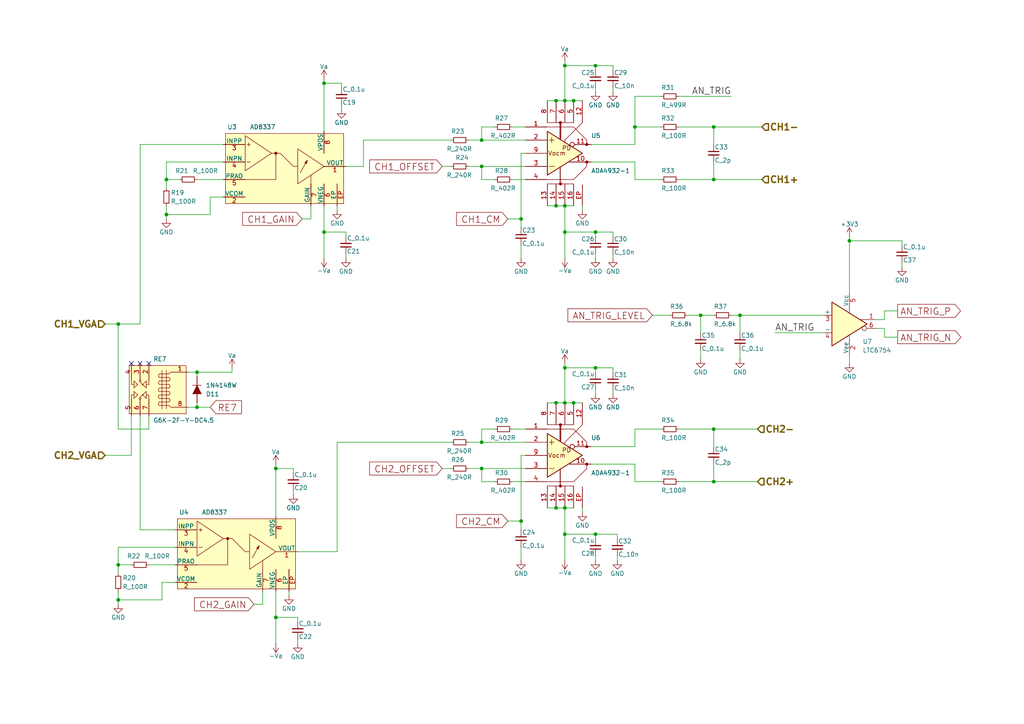
<source format=kicad_sch>
(kicad_sch (version 20250114) (generator "eeschema") (generator_version "9.0")
  (paper "A4")
  (title_block (title "Scopefun Oscilloscope") (rev "v2") (comment 1 "Copyright Dejan Priversek 2017") (comment 2 "Licensed under CERN OHL v.1.2"))
  (junction (at 151.13 151.13))
  (junction (at 172.72 67.31))
  (junction (at 34.29 173.99))
  (junction (at 163.83 116.84))
  (junction (at 163.83 29.21))
  (junction (at 139.7 40.64))
  (junction (at 139.7 128.27))
  (junction (at 163.83 154.94))
  (junction (at 80.01 135.89))
  (junction (at 48.26 62.23))
  (junction (at 80.01 179.07))
  (junction (at 161.29 29.21))
  (junction (at 163.83 59.69))
  (junction (at 207.01 139.7))
  (junction (at 93.98 24.13))
  (junction (at 57.15 118.11))
  (junction (at 161.29 59.69))
  (junction (at 161.29 147.32))
  (junction (at 139.7 135.89))
  (junction (at 172.72 106.68))
  (junction (at 93.98 67.31))
  (junction (at 172.72 19.05))
  (junction (at 163.83 19.05))
  (junction (at 166.37 116.84))
  (junction (at 151.13 63.5))
  (junction (at 207.01 36.83))
  (junction (at 34.29 163.83))
  (junction (at 48.26 52.07))
  (junction (at 163.83 147.32))
  (junction (at 163.83 67.31))
  (junction (at 214.63 91.44))
  (junction (at 163.83 106.68))
  (junction (at 57.15 107.95))
  (junction (at 172.72 154.94))
  (junction (at 184.15 36.83))
  (junction (at 203.2 91.44))
  (junction (at 246.38 69.85))
  (junction (at 139.7 48.26))
  (junction (at 207.01 124.46))
  (junction (at 166.37 29.21))
  (junction (at 34.29 93.98))
  (junction (at 161.29 116.84))
  (junction (at 207.01 52.07))
  (no_connect (at 40.64 105.41))
  (no_connect (at 38.1 105.41))
  (no_connect (at 43.18 105.41))
  (wire (pts (xy 207.01 124.46) (xy 219.71 124.46)))
  (wire (pts (xy 207.01 36.83) (xy 220.98 36.83)))
  (wire (pts (xy 50.8 168.91) (xy 46.99 168.91)))
  (wire (pts (xy 158.75 147.32) (xy 161.29 147.32)))
  (wire (pts (xy 46.99 173.99) (xy 34.29 173.99)))
  (wire (pts (xy 196.85 36.83) (xy 207.01 36.83)))
  (wire (pts (xy 76.2 171.45) (xy 76.2 175.26)))
  (wire (pts (xy 48.26 46.99) (xy 48.26 52.07)))
  (wire (pts (xy 194.31 91.44) (xy 189.23 91.44)))
  (wire (pts (xy 86.36 160.02) (xy 97.79 160.02)))
  (wire (pts (xy 83.82 171.45) (xy 83.82 172.72)))
  (wire (pts (xy 139.7 48.26) (xy 152.4 48.26)))
  (wire (pts (xy 196.85 52.07) (xy 207.01 52.07)))
  (wire (pts (xy 43.18 124.46) (xy 34.29 124.46)))
  (wire (pts (xy 151.13 63.5) (xy 151.13 66.04)))
  (wire (pts (xy 90.17 63.5) (xy 87.63 63.5)))
  (wire (pts (xy 151.13 63.5) (xy 147.32 63.5)))
  (wire (pts (xy 172.72 154.94) (xy 179.07 154.94)))
  (wire (pts (xy 100.33 67.31) (xy 93.98 67.31)))
  (wire (pts (xy 57.15 118.11) (xy 60.96 118.11)))
  (wire (pts (xy 161.29 29.21) (xy 163.83 29.21)))
  (wire (pts (xy 212.09 91.44) (xy 214.63 91.44)))
  (wire (pts (xy 184.15 129.54) (xy 171.45 129.54)))
  (wire (pts (xy 57.15 52.07) (xy 64.77 52.07)))
  (wire (pts (xy 93.98 67.31) (xy 93.98 74.93)))
  (wire (pts (xy 177.8 73.66) (xy 177.8 74.93)))
  (wire (pts (xy 152.4 44.45) (xy 151.13 44.45)))
  (wire (pts (xy 172.72 113.03) (xy 172.72 114.3)))
  (wire (pts (xy 184.15 41.91) (xy 171.45 41.91)))
  (wire (pts (xy 261.62 76.2) (xy 261.62 77.47)))
  (wire (pts (xy 99.06 31.75) (xy 99.06 30.48)))
  (wire (pts (xy 151.13 132.08) (xy 151.13 151.13)))
  (wire (pts (xy 34.29 173.99) (xy 34.29 175.26)))
  (wire (pts (xy 60.96 57.15) (xy 60.96 62.23)))
  (wire (pts (xy 40.64 93.98) (xy 40.64 41.91)))
  (wire (pts (xy 254 95.25) (xy 256.54 95.25)))
  (wire (pts (xy 179.07 161.29) (xy 179.07 162.56)))
  (wire (pts (xy 254 92.71) (xy 256.54 92.71)))
  (wire (pts (xy 207.01 139.7) (xy 219.71 139.7)))
  (wire (pts (xy 48.26 59.69) (xy 48.26 62.23)))
  (wire (pts (xy 246.38 69.85) (xy 246.38 85.09)))
  (wire (pts (xy 214.63 101.6) (xy 214.63 104.14)))
  (wire (pts (xy 246.38 69.85) (xy 261.62 69.85)))
  (wire (pts (xy 80.01 135.89) (xy 80.01 149.86)))
  (wire (pts (xy 85.09 137.16) (xy 85.09 135.89)))
  (wire (pts (xy 203.2 101.6) (xy 203.2 104.14)))
  (wire (pts (xy 148.59 36.83) (xy 152.4 36.83)))
  (wire (pts (xy 196.85 27.94) (xy 212.09 27.94)))
  (wire (pts (xy 163.83 106.68) (xy 172.72 106.68)))
  (wire (pts (xy 100.33 74.93) (xy 100.33 73.66)))
  (wire (pts (xy 184.15 139.7) (xy 184.15 134.62)))
  (wire (pts (xy 224.79 96.52) (xy 238.76 96.52)))
  (wire (pts (xy 30.48 132.08) (xy 38.1 132.08)))
  (wire (pts (xy 163.83 116.84) (xy 163.83 106.68)))
  (wire (pts (xy 139.7 36.83) (xy 139.7 40.64)))
  (wire (pts (xy 151.13 132.08) (xy 152.4 132.08)))
  (wire (pts (xy 172.72 67.31) (xy 177.8 67.31)))
  (wire (pts (xy 207.01 52.07) (xy 220.98 52.07)))
  (wire (pts (xy 99.06 25.4) (xy 99.06 24.13)))
  (wire (pts (xy 40.64 41.91) (xy 64.77 41.91)))
  (wire (pts (xy 105.41 48.26) (xy 100.33 48.26)))
  (wire (pts (xy 172.72 106.68) (xy 172.72 107.95)))
  (wire (pts (xy 158.75 116.84) (xy 161.29 116.84)))
  (wire (pts (xy 60.96 62.23) (xy 48.26 62.23)))
  (wire (pts (xy 90.17 59.69) (xy 90.17 63.5)))
  (wire (pts (xy 139.7 52.07) (xy 139.7 48.26)))
  (wire (pts (xy 161.29 59.69) (xy 163.83 59.69)))
  (wire (pts (xy 67.31 107.95) (xy 67.31 106.68)))
  (wire (pts (xy 139.7 40.64) (xy 152.4 40.64)))
  (wire (pts (xy 163.83 59.69) (xy 163.83 67.31)))
  (wire (pts (xy 97.79 128.27) (xy 130.81 128.27)))
  (wire (pts (xy 57.15 116.84) (xy 57.15 118.11)))
  (wire (pts (xy 97.79 59.69) (xy 97.79 60.96)))
  (wire (pts (xy 80.01 171.45) (xy 80.01 179.07)))
  (wire (pts (xy 172.72 162.56) (xy 172.72 161.29)))
  (wire (pts (xy 148.59 124.46) (xy 152.4 124.46)))
  (wire (pts (xy 30.48 93.98) (xy 34.29 93.98)))
  (wire (pts (xy 256.54 97.79) (xy 260.35 97.79)))
  (wire (pts (xy 34.29 171.45) (xy 34.29 173.99)))
  (wire (pts (xy 163.83 154.94) (xy 172.72 154.94)))
  (wire (pts (xy 143.51 36.83) (xy 139.7 36.83)))
  (wire (pts (xy 46.99 168.91) (xy 46.99 173.99)))
  (wire (pts (xy 163.83 154.94) (xy 163.83 162.56)))
  (wire (pts (xy 177.8 113.03) (xy 177.8 114.3)))
  (wire (pts (xy 163.83 19.05) (xy 163.83 17.78)))
  (wire (pts (xy 135.89 135.89) (xy 139.7 135.89)))
  (wire (pts (xy 163.83 67.31) (xy 163.83 74.93)))
  (wire (pts (xy 105.41 40.64) (xy 105.41 48.26)))
  (wire (pts (xy 172.72 68.58) (xy 172.72 67.31)))
  (wire (pts (xy 54.61 118.11) (xy 57.15 118.11)))
  (wire (pts (xy 172.72 25.4) (xy 172.72 26.67)))
  (wire (pts (xy 177.8 67.31) (xy 177.8 68.58)))
  (wire (pts (xy 34.29 158.75) (xy 50.8 158.75)))
  (wire (pts (xy 191.77 124.46) (xy 184.15 124.46)))
  (wire (pts (xy 177.8 19.05) (xy 177.8 20.32)))
  (wire (pts (xy 48.26 46.99) (xy 64.77 46.99)))
  (wire (pts (xy 166.37 29.21) (xy 168.91 29.21)))
  (wire (pts (xy 246.38 105.41) (xy 246.38 102.87)))
  (wire (pts (xy 163.83 59.69) (xy 166.37 59.69)))
  (wire (pts (xy 80.01 179.07) (xy 80.01 186.69)))
  (wire (pts (xy 97.79 160.02) (xy 97.79 128.27)))
  (wire (pts (xy 161.29 147.32) (xy 163.83 147.32)))
  (wire (pts (xy 48.26 62.23) (xy 48.26 63.5)))
  (wire (pts (xy 34.29 158.75) (xy 34.29 163.83)))
  (wire (pts (xy 191.77 52.07) (xy 184.15 52.07)))
  (wire (pts (xy 40.64 120.65) (xy 40.64 153.67)))
  (wire (pts (xy 151.13 151.13) (xy 151.13 153.67)))
  (wire (pts (xy 163.83 19.05) (xy 172.72 19.05)))
  (wire (pts (xy 135.89 40.64) (xy 139.7 40.64)))
  (wire (pts (xy 86.36 179.07) (xy 80.01 179.07)))
  (wire (pts (xy 184.15 124.46) (xy 184.15 129.54)))
  (wire (pts (xy 163.83 106.68) (xy 163.83 105.41)))
  (wire (pts (xy 163.83 67.31) (xy 172.72 67.31)))
  (wire (pts (xy 172.72 106.68) (xy 177.8 106.68)))
  (wire (pts (xy 163.83 147.32) (xy 163.83 154.94)))
  (wire (pts (xy 172.72 19.05) (xy 172.72 20.32)))
  (wire (pts (xy 184.15 134.62) (xy 171.45 134.62)))
  (wire (pts (xy 54.61 107.95) (xy 57.15 107.95)))
  (wire (pts (xy 203.2 96.52) (xy 203.2 91.44)))
  (wire (pts (xy 172.72 156.21) (xy 172.72 154.94)))
  (wire (pts (xy 246.38 68.58) (xy 246.38 69.85)))
  (wire (pts (xy 34.29 124.46) (xy 34.29 93.98)))
  (wire (pts (xy 130.81 40.64) (xy 105.41 40.64)))
  (wire (pts (xy 158.75 59.69) (xy 161.29 59.69)))
  (wire (pts (xy 168.91 147.32) (xy 168.91 148.59)))
  (wire (pts (xy 168.91 59.69) (xy 168.91 60.96)))
  (wire (pts (xy 40.64 153.67) (xy 50.8 153.67)))
  (wire (pts (xy 158.75 29.21) (xy 161.29 29.21)))
  (wire (pts (xy 130.81 48.26) (xy 128.27 48.26)))
  (wire (pts (xy 172.72 74.93) (xy 172.72 73.66)))
  (wire (pts (xy 179.07 154.94) (xy 179.07 156.21)))
  (wire (pts (xy 191.77 27.94) (xy 184.15 27.94)))
  (wire (pts (xy 214.63 91.44) (xy 238.76 91.44)))
  (wire (pts (xy 139.7 128.27) (xy 152.4 128.27)))
  (wire (pts (xy 256.54 90.17) (xy 260.35 90.17)))
  (wire (pts (xy 151.13 71.12) (xy 151.13 74.93)))
  (wire (pts (xy 163.83 116.84) (xy 166.37 116.84)))
  (wire (pts (xy 85.09 135.89) (xy 80.01 135.89)))
  (wire (pts (xy 148.59 139.7) (xy 152.4 139.7)))
  (wire (pts (xy 163.83 147.32) (xy 166.37 147.32)))
  (wire (pts (xy 85.09 143.51) (xy 85.09 142.24)))
  (wire (pts (xy 184.15 36.83) (xy 184.15 41.91)))
  (wire (pts (xy 184.15 52.07) (xy 184.15 46.99)))
  (wire (pts (xy 135.89 128.27) (xy 139.7 128.27)))
  (wire (pts (xy 43.18 120.65) (xy 43.18 124.46)))
  (wire (pts (xy 151.13 158.75) (xy 151.13 162.56)))
  (wire (pts (xy 34.29 163.83) (xy 34.29 166.37)))
  (wire (pts (xy 43.18 163.83) (xy 50.8 163.83)))
  (wire (pts (xy 143.51 124.46) (xy 139.7 124.46)))
  (wire (pts (xy 139.7 124.46) (xy 139.7 128.27)))
  (wire (pts (xy 148.59 52.07) (xy 152.4 52.07)))
  (wire (pts (xy 196.85 139.7) (xy 207.01 139.7)))
  (wire (pts (xy 214.63 91.44) (xy 214.63 96.52)))
  (wire (pts (xy 191.77 36.83) (xy 184.15 36.83)))
  (wire (pts (xy 128.27 135.89) (xy 130.81 135.89)))
  (wire (pts (xy 207.01 46.99) (xy 207.01 52.07)))
  (wire (pts (xy 99.06 24.13) (xy 93.98 24.13)))
  (wire (pts (xy 203.2 91.44) (xy 207.01 91.44)))
  (wire (pts (xy 151.13 151.13) (xy 147.32 151.13)))
  (wire (pts (xy 143.51 139.7) (xy 139.7 139.7)))
  (wire (pts (xy 86.36 186.69) (xy 86.36 185.42)))
  (wire (pts (xy 86.36 180.34) (xy 86.36 179.07)))
  (wire (pts (xy 207.01 36.83) (xy 207.01 41.91)))
  (wire (pts (xy 163.83 29.21) (xy 163.83 19.05)))
  (wire (pts (xy 166.37 116.84) (xy 168.91 116.84)))
  (wire (pts (xy 80.01 134.62) (xy 80.01 135.89)))
  (wire (pts (xy 48.26 52.07) (xy 48.26 54.61)))
  (wire (pts (xy 207.01 134.62) (xy 207.01 139.7)))
  (wire (pts (xy 34.29 93.98) (xy 40.64 93.98)))
  (wire (pts (xy 135.89 48.26) (xy 139.7 48.26)))
  (wire (pts (xy 196.85 124.46) (xy 207.01 124.46)))
  (wire (pts (xy 57.15 107.95) (xy 67.31 107.95)))
  (wire (pts (xy 38.1 132.08) (xy 38.1 120.65)))
  (wire (pts (xy 161.29 116.84) (xy 163.83 116.84)))
  (wire (pts (xy 172.72 19.05) (xy 177.8 19.05)))
  (wire (pts (xy 57.15 107.95) (xy 57.15 109.22)))
  (wire (pts (xy 191.77 139.7) (xy 184.15 139.7)))
  (wire (pts (xy 256.54 95.25) (xy 256.54 97.79)))
  (wire (pts (xy 177.8 106.68) (xy 177.8 107.95)))
  (wire (pts (xy 256.54 92.71) (xy 256.54 90.17)))
  (wire (pts (xy 207.01 124.46) (xy 207.01 129.54)))
  (wire (pts (xy 143.51 52.07) (xy 139.7 52.07)))
  (wire (pts (xy 93.98 22.86) (xy 93.98 24.13)))
  (wire (pts (xy 64.77 57.15) (xy 60.96 57.15)))
  (wire (pts (xy 139.7 139.7) (xy 139.7 135.89)))
  (wire (pts (xy 163.83 29.21) (xy 166.37 29.21)))
  (wire (pts (xy 76.2 175.26) (xy 73.66 175.26)))
  (wire (pts (xy 177.8 25.4) (xy 177.8 26.67)))
  (wire (pts (xy 184.15 27.94) (xy 184.15 36.83)))
  (wire (pts (xy 199.39 91.44) (xy 203.2 91.44)))
  (wire (pts (xy 93.98 59.69) (xy 93.98 67.31)))
  (wire (pts (xy 100.33 68.58) (xy 100.33 67.31)))
  (wire (pts (xy 139.7 135.89) (xy 152.4 135.89)))
  (wire (pts (xy 261.62 69.85) (xy 261.62 71.12)))
  (wire (pts (xy 151.13 44.45) (xy 151.13 63.5)))
  (wire (pts (xy 52.07 52.07) (xy 48.26 52.07)))
  (wire (pts (xy 184.15 46.99) (xy 171.45 46.99)))
  (wire (pts (xy 93.98 24.13) (xy 93.98 38.1)))
  (wire (pts (xy 38.1 163.83) (xy 34.29 163.83)))
  (label "AN_TRIG" (at 212.09 27.94 180) (effects (font (size 1.905 1.905))))
  (label "AN_TRIG" (at 224.79 96.52 0) (effects (font (size 1.905 1.905))))
  (global_label "AN_TRIG_N" (shape output) (at 260.35 97.79 0) (effects (font (size 1.905 1.905))) (property "Intersheetrefs" "${INTERSHEET_REFS}" (effects (hide yes))))
  (global_label "CH2_CM" (shape input) (at 147.32 151.13 180) (effects (font (size 1.905 1.905))) (property "Intersheetrefs" "${INTERSHEET_REFS}" (effects (hide yes))))
  (global_label "CH1_GAIN" (shape input) (at 87.63 63.5 180) (effects (font (size 1.905 1.905))) (property "Intersheetrefs" "${INTERSHEET_REFS}" (effects (hide yes))))
  (global_label "CH2_GAIN" (shape input) (at 73.66 175.26 180) (effects (font (size 1.905 1.905))) (property "Intersheetrefs" "${INTERSHEET_REFS}" (effects (hide yes))))
  (global_label "AN_TRIG_P" (shape output) (at 260.35 90.17 0) (effects (font (size 1.905 1.905))) (property "Intersheetrefs" "${INTERSHEET_REFS}" (effects (hide yes))))
  (global_label "AN_TRIG_LEVEL" (shape input) (at 189.23 91.44 180) (effects (font (size 1.905 1.905))) (property "Intersheetrefs" "${INTERSHEET_REFS}" (effects (hide yes))))
  (global_label "RE7" (shape input) (at 60.96 118.11 0) (effects (font (size 1.905 1.905))) (property "Intersheetrefs" "${INTERSHEET_REFS}" (effects (hide yes))))
  (global_label "CH2_OFFSET" (shape input) (at 128.27 135.89 180) (effects (font (size 1.905 1.905))) (property "Intersheetrefs" "${INTERSHEET_REFS}" (effects (hide yes))))
  (global_label "CH1_OFFSET" (shape input) (at 128.27 48.26 180) (effects (font (size 1.905 1.905))) (property "Intersheetrefs" "${INTERSHEET_REFS}" (effects (hide yes))))
  (global_label "CH1_CM" (shape input) (at 147.32 63.5 180) (effects (font (size 1.905 1.905))) (property "Intersheetrefs" "${INTERSHEET_REFS}" (effects (hide yes))))
  (hierarchical_label "CH1_VGA" (shape input) (at 30.48 93.98 180) (effects (font (size 1.905 1.905) (thickness 0.381) (bold yes))))
  (hierarchical_label "CH2_VGA" (shape input) (at 30.48 132.08 180) (effects (font (size 1.905 1.905) (thickness 0.381) (bold yes))))
  (hierarchical_label "CH2+" (shape input) (at 219.71 139.7 0) (effects (font (size 1.905 1.905) (thickness 0.381) (bold yes))))
  (hierarchical_label "CH1-" (shape input) (at 220.98 36.83 0) (effects (font (size 1.905 1.905) (thickness 0.381) (bold yes))))
  (hierarchical_label "CH2-" (shape input) (at 219.71 124.46 0) (effects (font (size 1.905 1.905) (thickness 0.381) (bold yes))))
  (hierarchical_label "CH1+" (shape input) (at 220.98 52.07 0) (effects (font (size 1.905 1.905) (thickness 0.381) (bold yes))))
  (symbol (lib_id "ScopefunParts:AD8337") (at 82.55 48.26 0) (unit 1)
    (property "Reference" "U3" (at 67.31 36.83 0))
    (property "Value" "AD8337" (at 76.2 36.83 0))
    (property "Footprint" "ScopefunPackagesLibrary:CP-8-2" (effects (hide yes)))
    (property "Datasheet" "http://www.analog.com/media/en/technical-documentation/data-sheets/AD8337.pdf" (effects (hide yes)))
    (property "MFG Part#" "AD8337BCPZ-REEL7" (effects (hide yes)))
    (property "Description" "DC-Coupled VGA (voltage adjusted gain)" (effects (hide yes)))
  )
  (symbol (lib_id "ScopefunParts:+Va") (at 93.98 22.86 0) (mirror y) (unit 1)
    (property "Reference" "#PWR035" (effects (hide yes)))
    (property "Value" "Va" (at 93.98 19.304 0))
  )
  (symbol (lib_id "ScopefunParts:-Va") (at 93.98 74.93 0) (mirror x) (unit 1)
    (property "Reference" "#PWR036" (effects (hide yes)))
    (property "Value" "-Va" (at 93.98 78.486 0))
  )
  (symbol (lib_id "ScopefunParts:R_100R") (at 48.26 57.15 0) (unit 1)
    (property "Reference" "R19" (at 49.53 55.88 0) (effects (justify left)))
    (property "Value" "R_100R" (at 49.53 58.42 0) (effects (justify left)))
    (property "Footprint" "ScopefunPackagesLibrary:R_0603" (effects (hide yes)))
    (property "Datasheet" "http://industrial.panasonic.com/cdbs/www-data/pdf/AOA0000/AOA0000CE2.pdf" (effects (hide yes)))
    (property "MFG Part#" "ERJ-3EKF1000V" (effects (hide yes)))
    (property "Description" "RES SMD 1% 1/10W 0603" (effects (hide yes)))
  )
  (symbol (lib_id "ScopefunParts:R_100R") (at 54.61 52.07 270) (unit 1)
    (property "Reference" "R21" (at 50.8 49.53 90) (effects (justify left)))
    (property "Value" "R_100R" (at 55.88 49.53 90) (effects (justify left)))
    (property "Footprint" "ScopefunPackagesLibrary:R_0603" (effects (hide yes)))
    (property "Datasheet" "http://industrial.panasonic.com/cdbs/www-data/pdf/AOA0000/AOA0000CE2.pdf" (effects (hide yes)))
    (property "MFG Part#" "ERJ-3EKF1000V" (effects (hide yes)))
    (property "Description" "RES SMD 1% 1/10W 0603" (effects (hide yes)))
  )
  (symbol (lib_name "GND_25") (lib_id "Scopefun_v2-rescue:GND") (at 48.26 63.5 0) (unit 1)
    (property "Reference" "#PWR037" (effects (hide yes)))
    (property "Value" "GND" (at 48.26 67.31 0))
  )
  (symbol (lib_id "ScopefunParts:ADA4932-1") (at 163.83 44.45 0) (unit 1)
    (property "Reference" "U5" (at 171.45 39.37 0) (effects (justify left)))
    (property "Value" "ADA4932-1" (at 171.45 49.53 0) (effects (justify left)))
    (property "Footprint" "ScopefunPackagesLibrary:CP-16-2" (effects (hide yes)))
    (property "Datasheet" "http://www.analog.com/media/en/technical-documentation/data-sheets/ADA4932-1_4932-2.pdf" (effects (hide yes)))
    (property "MFG Part#" "ADA4932-1YCPZ-R7" (effects (hide yes)))
    (property "Description" "Low Power Differential ADC Driver, -3 dB bandwidth of 560 MHz, G = 1" (effects (hide yes)))
  )
  (symbol (lib_id "ScopefunParts:C_0.1u") (at 100.33 71.12 0) (mirror x) (unit 1)
    (property "Reference" "C21" (at 100.584 72.898 0) (effects (justify left)))
    (property "Value" "C_0.1u" (at 100.584 69.088 0) (effects (justify left)))
    (property "Footprint" "ScopefunPackagesLibrary:C_0603" (effects (hide yes)))
    (property "MFG Part#" "C0603C104K4RACTU" (effects (hide yes)))
    (property "Description" "MLCC - SMD/SMT 0603 16V X7R 10%" (effects (hide yes)))
  )
  (symbol (lib_name "GND_30") (lib_id "Scopefun_v2-rescue:GND") (at 100.33 74.93 0) (mirror y) (unit 1)
    (property "Reference" "#PWR038" (effects (hide yes)))
    (property "Value" "GND" (at 100.33 78.74 0))
  )
  (symbol (lib_id "ScopefunParts:C_0.1u") (at 99.06 27.94 0) (mirror x) (unit 1)
    (property "Reference" "C19" (at 99.314 29.718 0) (effects (justify left)))
    (property "Value" "C_0.1u" (at 99.314 25.908 0) (effects (justify left)))
    (property "Footprint" "ScopefunPackagesLibrary:C_0603" (effects (hide yes)))
    (property "MFG Part#" "C0603C104K4RACTU" (effects (hide yes)))
    (property "Description" "MLCC - SMD/SMT 0603 16V X7R 10%" (effects (hide yes)))
  )
  (symbol (lib_name "GND_26") (lib_id "Scopefun_v2-rescue:GND") (at 99.06 31.75 0) (mirror y) (unit 1)
    (property "Reference" "#PWR039" (effects (hide yes)))
    (property "Value" "GND" (at 99.06 35.56 0))
  )
  (symbol (lib_name "GND_27") (lib_id "Scopefun_v2-rescue:GND") (at 97.79 60.96 0) (unit 1)
    (property "Reference" "#PWR040" (effects (hide yes)))
    (property "Value" "GND" (at 97.79 64.77 0))
  )
  (symbol (lib_id "ScopefunParts:+Va") (at 163.83 17.78 0) (mirror y) (unit 1)
    (property "Reference" "#PWR041" (effects (hide yes)))
    (property "Value" "Va" (at 163.83 14.224 0))
  )
  (symbol (lib_id "ScopefunParts:C_0.1u") (at 172.72 22.86 0) (mirror y) (unit 1)
    (property "Reference" "C25" (at 172.466 21.082 0) (effects (justify left)))
    (property "Value" "C_0.1u" (at 172.466 24.892 0) (effects (justify left)))
    (property "Footprint" "ScopefunPackagesLibrary:C_0603" (effects (hide yes)))
    (property "MFG Part#" "C0603C104K4RACTU" (effects (hide yes)))
    (property "Description" "MLCC - SMD/SMT 0603 16V X7R 10%" (effects (hide yes)))
  )
  (symbol (lib_name "GND_46") (lib_id "Scopefun_v2-rescue:GND") (at 172.72 26.67 0) (mirror y) (unit 1)
    (property "Reference" "#PWR042" (effects (hide yes)))
    (property "Value" "GND" (at 172.72 30.48 0))
  )
  (symbol (lib_name "GND_38") (lib_id "Scopefun_v2-rescue:GND") (at 168.91 60.96 0) (unit 1)
    (property "Reference" "#PWR043" (effects (hide yes)))
    (property "Value" "GND" (at 168.91 64.77 0))
  )
  (symbol (lib_id "ScopefunParts:-Va") (at 163.83 74.93 0) (mirror x) (unit 1)
    (property "Reference" "#PWR044" (effects (hide yes)))
    (property "Value" "-Va" (at 163.83 78.486 0))
  )
  (symbol (lib_id "ScopefunParts:C_0.1u") (at 172.72 71.12 0) (mirror y) (unit 1)
    (property "Reference" "C26" (at 172.466 69.342 0) (effects (justify left)))
    (property "Value" "C_0.1u" (at 172.466 73.152 0) (effects (justify left)))
    (property "Footprint" "ScopefunPackagesLibrary:C_0603" (effects (hide yes)))
    (property "MFG Part#" "C0603C104K4RACTU" (effects (hide yes)))
    (property "Description" "MLCC - SMD/SMT 0603 16V X7R 10%" (effects (hide yes)))
  )
  (symbol (lib_name "GND_40") (lib_id "Scopefun_v2-rescue:GND") (at 172.72 74.93 0) (mirror y) (unit 1)
    (property "Reference" "#PWR045" (effects (hide yes)))
    (property "Value" "GND" (at 172.72 78.74 0))
  )
  (symbol (lib_id "ScopefunParts:AD8337") (at 68.58 160.02 0) (unit 1)
    (property "Reference" "U4" (at 53.34 148.59 0))
    (property "Value" "AD8337" (at 62.23 148.59 0))
    (property "Footprint" "ScopefunPackagesLibrary:CP-8-2" (effects (hide yes)))
    (property "Datasheet" "http://www.analog.com/media/en/technical-documentation/data-sheets/AD8337.pdf" (effects (hide yes)))
    (property "MFG Part#" "AD8337BCPZ-REEL7" (effects (hide yes)))
    (property "Description" "DC-Coupled VGA (voltage adjusted gain)" (effects (hide yes)))
  )
  (symbol (lib_id "ScopefunParts:+Va") (at 80.01 134.62 0) (mirror y) (unit 1)
    (property "Reference" "#PWR046" (effects (hide yes)))
    (property "Value" "Va" (at 80.01 131.064 0))
  )
  (symbol (lib_id "ScopefunParts:-Va") (at 80.01 186.69 0) (mirror x) (unit 1)
    (property "Reference" "#PWR047" (effects (hide yes)))
    (property "Value" "-Va" (at 80.01 190.246 0))
  )
  (symbol (lib_id "ScopefunParts:R_100R") (at 34.29 168.91 0) (unit 1)
    (property "Reference" "R20" (at 35.56 167.64 0) (effects (justify left)))
    (property "Value" "R_100R" (at 35.56 170.18 0) (effects (justify left)))
    (property "Footprint" "ScopefunPackagesLibrary:R_0603" (effects (hide yes)))
    (property "Datasheet" "http://industrial.panasonic.com/cdbs/www-data/pdf/AOA0000/AOA0000CE2.pdf" (effects (hide yes)))
    (property "MFG Part#" "ERJ-3EKF1000V" (effects (hide yes)))
    (property "Description" "RES SMD 1% 1/10W 0603" (effects (hide yes)))
  )
  (symbol (lib_id "ScopefunParts:R_100R") (at 40.64 163.83 270) (unit 1)
    (property "Reference" "R22" (at 36.83 161.29 90) (effects (justify left)))
    (property "Value" "R_100R" (at 41.91 161.29 90) (effects (justify left)))
    (property "Footprint" "ScopefunPackagesLibrary:R_0603" (effects (hide yes)))
    (property "Datasheet" "http://industrial.panasonic.com/cdbs/www-data/pdf/AOA0000/AOA0000CE2.pdf" (effects (hide yes)))
    (property "MFG Part#" "ERJ-3EKF1000V" (effects (hide yes)))
    (property "Description" "RES SMD 1% 1/10W 0603" (effects (hide yes)))
  )
  (symbol (lib_name "GND_34") (lib_id "Scopefun_v2-rescue:GND") (at 34.29 175.26 0) (unit 1)
    (property "Reference" "#PWR048" (effects (hide yes)))
    (property "Value" "GND" (at 34.29 179.07 0))
  )
  (symbol (lib_id "ScopefunParts:ADA4932-1") (at 163.83 132.08 0) (unit 1)
    (property "Reference" "U6" (at 171.45 127 0) (effects (justify left)))
    (property "Value" "ADA4932-1" (at 171.45 137.16 0) (effects (justify left)))
    (property "Footprint" "ScopefunPackagesLibrary:CP-16-2" (effects (hide yes)))
    (property "Datasheet" "http://www.analog.com/media/en/technical-documentation/data-sheets/ADA4932-1_4932-2.pdf" (effects (hide yes)))
    (property "MFG Part#" "ADA4932-1YCPZ-R7" (effects (hide yes)))
    (property "Description" "Low Power Differential ADC Driver, -3 dB bandwidth of 560 MHz, G = 1" (effects (hide yes)))
  )
  (symbol (lib_id "ScopefunParts:C_0.1u") (at 86.36 182.88 0) (mirror x) (unit 1)
    (property "Reference" "C22" (at 86.614 184.658 0) (effects (justify left)))
    (property "Value" "C_0.1u" (at 86.614 180.848 0) (effects (justify left)))
    (property "Footprint" "ScopefunPackagesLibrary:C_0603" (effects (hide yes)))
    (property "MFG Part#" "C0603C104K4RACTU" (effects (hide yes)))
    (property "Description" "MLCC - SMD/SMT 0603 16V X7R 10%" (effects (hide yes)))
  )
  (symbol (lib_name "GND_35") (lib_id "Scopefun_v2-rescue:GND") (at 86.36 186.69 0) (mirror y) (unit 1)
    (property "Reference" "#PWR049" (effects (hide yes)))
    (property "Value" "GND" (at 86.36 190.5 0))
  )
  (symbol (lib_id "ScopefunParts:C_0.1u") (at 85.09 139.7 0) (mirror x) (unit 1)
    (property "Reference" "C20" (at 85.344 141.478 0) (effects (justify left)))
    (property "Value" "C_0.1u" (at 85.344 137.668 0) (effects (justify left)))
    (property "Footprint" "ScopefunPackagesLibrary:C_0603" (effects (hide yes)))
    (property "MFG Part#" "C0603C104K4RACTU" (effects (hide yes)))
    (property "Description" "MLCC - SMD/SMT 0603 16V X7R 10%" (effects (hide yes)))
  )
  (symbol (lib_name "GND_37") (lib_id "Scopefun_v2-rescue:GND") (at 85.09 143.51 0) (mirror y) (unit 1)
    (property "Reference" "#PWR050" (effects (hide yes)))
    (property "Value" "GND" (at 85.09 147.32 0))
  )
  (symbol (lib_name "GND_36") (lib_id "Scopefun_v2-rescue:GND") (at 83.82 172.72 0) (unit 1)
    (property "Reference" "#PWR051" (effects (hide yes)))
    (property "Value" "GND" (at 83.82 176.53 0))
  )
  (symbol (lib_id "ScopefunParts:+Va") (at 163.83 105.41 0) (mirror y) (unit 1)
    (property "Reference" "#PWR052" (effects (hide yes)))
    (property "Value" "Va" (at 163.83 101.854 0))
  )
  (symbol (lib_id "ScopefunParts:C_0.1u") (at 172.72 110.49 180) (unit 1)
    (property "Reference" "C27" (at 172.466 112.268 0) (effects (justify left)))
    (property "Value" "C_0.1u" (at 172.466 108.458 0) (effects (justify left)))
    (property "Footprint" "ScopefunPackagesLibrary:C_0603" (effects (hide yes)))
    (property "MFG Part#" "C0603C104K4RACTU" (effects (hide yes)))
    (property "Description" "MLCC - SMD/SMT 0603 16V X7R 10%" (effects (hide yes)))
  )
  (symbol (lib_name "GND_28") (lib_id "Scopefun_v2-rescue:GND") (at 172.72 114.3 0) (mirror y) (unit 1)
    (property "Reference" "#PWR053" (effects (hide yes)))
    (property "Value" "GND" (at 172.72 118.11 0))
  )
  (symbol (lib_name "GND_45") (lib_id "Scopefun_v2-rescue:GND") (at 168.91 148.59 0) (unit 1)
    (property "Reference" "#PWR054" (effects (hide yes)))
    (property "Value" "GND" (at 168.91 152.4 0))
  )
  (symbol (lib_id "ScopefunParts:-Va") (at 163.83 162.56 0) (mirror x) (unit 1)
    (property "Reference" "#PWR055" (effects (hide yes)))
    (property "Value" "-Va" (at 163.83 166.116 0))
  )
  (symbol (lib_id "ScopefunParts:C_0.1u") (at 172.72 158.75 180) (unit 1)
    (property "Reference" "C28" (at 172.466 160.528 0) (effects (justify left)))
    (property "Value" "C_0.1u" (at 172.466 156.718 0) (effects (justify left)))
    (property "Footprint" "ScopefunPackagesLibrary:C_0603" (effects (hide yes)))
    (property "MFG Part#" "C0603C104K4RACTU" (effects (hide yes)))
    (property "Description" "MLCC - SMD/SMT 0603 16V X7R 10%" (effects (hide yes)))
  )
  (symbol (lib_name "GND_31") (lib_id "Scopefun_v2-rescue:GND") (at 172.72 162.56 0) (mirror y) (unit 1)
    (property "Reference" "#PWR056" (effects (hide yes)))
    (property "Value" "GND" (at 172.72 166.37 0))
  )
  (symbol (lib_id "ScopefunParts:C_0.1u") (at 261.62 73.66 0) (mirror x) (unit 1)
    (property "Reference" "C37" (at 261.874 75.438 0) (effects (justify left)))
    (property "Value" "C_0.1u" (at 261.874 71.628 0) (effects (justify left)))
    (property "Footprint" "ScopefunPackagesLibrary:C_0603" (effects (hide yes)))
    (property "MFG Part#" "C0603C104K4RACTU" (effects (hide yes)))
    (property "Description" "MLCC - SMD/SMT 0603 16V X7R 10%" (effects (hide yes)))
  )
  (symbol (lib_name "GND_48") (lib_id "Scopefun_v2-rescue:GND") (at 261.62 77.47 0) (mirror y) (unit 1)
    (property "Reference" "#PWR057" (effects (hide yes)))
    (property "Value" "GND" (at 261.62 81.28 0))
  )
  (symbol (lib_name "GND_41") (lib_id "Scopefun_v2-rescue:GND") (at 246.38 105.41 0) (unit 1)
    (property "Reference" "#PWR058" (effects (hide yes)))
    (property "Value" "GND" (at 246.38 109.22 0))
  )
  (symbol (lib_id "ScopefunParts:R_6.8k") (at 209.55 91.44 270) (mirror x) (unit 1)
    (property "Reference" "R37" (at 207.01 88.9 90) (effects (justify left)))
    (property "Value" "R_6.8k" (at 207.01 93.98 90) (effects (justify left)))
    (property "Footprint" "ScopefunPackagesLibrary:R_0603" (effects (hide yes)))
    (property "Datasheet" "http://industrial.panasonic.com/cdbs/www-data/pdf/AOA0000/AOA0000CE2.pdf" (effects (hide yes)))
    (property "MFG Part#" "ERJ-3EKF6801V" (effects (hide yes)))
    (property "Description" "RES SMD 1% 1/10W 0603" (effects (hide yes)))
  )
  (symbol (lib_id "ScopefunParts:R_6.8k") (at 196.85 91.44 270) (mirror x) (unit 1)
    (property "Reference" "R36" (at 194.31 88.9 90) (effects (justify left)))
    (property "Value" "R_6.8k" (at 194.31 93.98 90) (effects (justify left)))
    (property "Footprint" "ScopefunPackagesLibrary:R_0603" (effects (hide yes)))
    (property "Datasheet" "http://industrial.panasonic.com/cdbs/www-data/pdf/AOA0000/AOA0000CE2.pdf" (effects (hide yes)))
    (property "MFG Part#" "ERJ-3EKF6801V" (effects (hide yes)))
    (property "Description" "RES SMD 1% 1/10W 0603" (effects (hide yes)))
  )
  (symbol (lib_id "ScopefunParts:C_0.1u") (at 203.2 99.06 0) (unit 1)
    (property "Reference" "C35" (at 203.454 97.282 0) (effects (justify left)))
    (property "Value" "C_0.1u" (at 203.454 101.092 0) (effects (justify left)))
    (property "Footprint" "ScopefunPackagesLibrary:C_0603" (effects (hide yes)))
    (property "MFG Part#" "C0603C104K4RACTU" (effects (hide yes)))
    (property "Description" "MLCC - SMD/SMT 0603 16V X7R 10%" (effects (hide yes)))
  )
  (symbol (lib_id "ScopefunParts:C_0.1u") (at 214.63 99.06 0) (unit 1)
    (property "Reference" "C36" (at 214.884 97.282 0) (effects (justify left)))
    (property "Value" "C_0.1u" (at 214.884 101.092 0) (effects (justify left)))
    (property "Footprint" "ScopefunPackagesLibrary:C_0603" (effects (hide yes)))
    (property "MFG Part#" "C0603C104K4RACTU" (effects (hide yes)))
    (property "Description" "MLCC - SMD/SMT 0603 16V X7R 10%" (effects (hide yes)))
  )
  (symbol (lib_name "GND_42") (lib_id "Scopefun_v2-rescue:GND") (at 214.63 104.14 0) (unit 1)
    (property "Reference" "#PWR059" (effects (hide yes)))
    (property "Value" "GND" (at 214.63 107.95 0))
  )
  (symbol (lib_name "GND_44") (lib_id "Scopefun_v2-rescue:GND") (at 203.2 104.14 0) (unit 1)
    (property "Reference" "#PWR060" (effects (hide yes)))
    (property "Value" "GND" (at 203.2 107.95 0))
  )
  (symbol (lib_id "ScopefunParts:C_0.1u") (at 151.13 68.58 0) (unit 1)
    (property "Reference" "C23" (at 151.384 66.802 0) (effects (justify left)))
    (property "Value" "C_0.1u" (at 151.384 70.612 0) (effects (justify left)))
    (property "Footprint" "ScopefunPackagesLibrary:C_0603" (effects (hide yes)))
    (property "MFG Part#" "C0603C104K4RACTU" (effects (hide yes)))
    (property "Description" "MLCC - SMD/SMT 0603 16V X7R 10%" (effects (hide yes)))
  )
  (symbol (lib_name "GND_29") (lib_id "Scopefun_v2-rescue:GND") (at 151.13 74.93 0) (unit 1)
    (property "Reference" "#PWR061" (effects (hide yes)))
    (property "Value" "GND" (at 151.13 78.74 0))
  )
  (symbol (lib_id "ScopefunParts:C_0.1u") (at 151.13 156.21 0) (unit 1)
    (property "Reference" "C24" (at 151.384 154.432 0) (effects (justify left)))
    (property "Value" "C_0.1u" (at 151.384 158.242 0) (effects (justify left)))
    (property "Footprint" "ScopefunPackagesLibrary:C_0603" (effects (hide yes)))
    (property "MFG Part#" "C0603C104K4RACTU" (effects (hide yes)))
    (property "Description" "MLCC - SMD/SMT 0603 16V X7R 10%" (effects (hide yes)))
  )
  (symbol (lib_name "GND_32") (lib_id "Scopefun_v2-rescue:GND") (at 151.13 162.56 0) (unit 1)
    (property "Reference" "#PWR062" (effects (hide yes)))
    (property "Value" "GND" (at 151.13 166.37 0))
  )
  (symbol (lib_id "ScopefunParts:+3.3V") (at 246.38 68.58 0) (unit 1)
    (property "Reference" "#PWR063" (effects (hide yes)))
    (property "Value" "+3V3" (at 246.38 65.024 0))
  )
  (symbol (lib_id "ScopefunParts:LTC6754") (at 246.38 93.98 0) (unit 1)
    (property "Reference" "U7" (at 250.19 99.06 0) (effects (justify left)))
    (property "Value" "LTC6754" (at 250.19 101.6 0) (effects (justify left)))
    (property "Footprint" "ScopefunPackagesLibrary:SC70-6" (effects (hide yes)))
    (property "Datasheet" "http://cds.linear.com/docs/en/datasheet/6754f.pdf" (effects (hide yes)))
    (property "MFG Part#" "LTC6754HSC6#TRMPBF" (effects (hide yes)))
    (property "Description" "Rail-to-Rail, High-Speed Comparator with LVDS Compatible Outputs" (effects (hide yes)))
  )
  (symbol (lib_id "ScopefunParts:G6K-2F-Y-DC4.5") (at 45.72 113.03 180) (unit 1)
    (property "Reference" "RE7" (at 44.45 104.14 0) (effects (justify right)))
    (property "Value" "G6K-2F-Y-DC4.5" (at 44.45 121.92 0) (effects (justify right)))
    (property "Footprint" "ScopefunPackagesLibrary:G6K-2F-Y" (effects (hide yes)))
    (property "Datasheet" "https://www.omron.com/ecb/products/pdf/en-g6k.pdf" (effects (hide yes)))
    (property "Description" "Low Signal Relays - PCB Gullwing NoLatch 3.2 DPDT 4.5VDC 100mW" (effects (hide yes)))
    (property "MFG Part#" "G6K-2F-Y-DC4.5" (effects (hide yes)))
  )
  (symbol (lib_id "ScopefunParts:+Va") (at 67.31 106.68 0) (mirror y) (unit 1)
    (property "Reference" "#PWR064" (effects (hide yes)))
    (property "Value" "Va" (at 67.31 103.124 0))
  )
  (symbol (lib_id "ScopefunParts:R_499R") (at 194.31 27.94 270) (unit 1)
    (property "Reference" "R31" (at 191.77 25.4 90) (effects (justify left)))
    (property "Value" "R_499R" (at 191.77 30.48 90) (effects (justify left)))
    (property "Footprint" "ScopefunPackagesLibrary:R_0603" (effects (hide yes)))
    (property "Datasheet" "http://industrial.panasonic.com/cdbs/www-data/pdf/AOA0000/AOA0000CE2.pdf" (effects (hide yes)))
    (property "MFG Part#" "ERJ-3EKF4990V" (effects (hide yes)))
    (property "Description" "RES SMD 1% 1/10W 0603" (effects (hide yes)))
  )
  (symbol (lib_name "GND_47") (lib_id "Scopefun_v2-rescue:GND") (at 177.8 26.67 0) (mirror y) (unit 1)
    (property "Reference" "#PWR065" (effects (hide yes)))
    (property "Value" "GND" (at 177.8 30.48 0))
  )
  (symbol (lib_name "GND_39") (lib_id "Scopefun_v2-rescue:GND") (at 177.8 74.93 0) (mirror y) (unit 1)
    (property "Reference" "#PWR066" (effects (hide yes)))
    (property "Value" "GND" (at 177.8 78.74 0))
  )
  (symbol (lib_name "GND_43") (lib_id "Scopefun_v2-rescue:GND") (at 177.8 114.3 0) (mirror y) (unit 1)
    (property "Reference" "#PWR067" (effects (hide yes)))
    (property "Value" "GND" (at 177.8 118.11 0))
  )
  (symbol (lib_name "GND_33") (lib_id "Scopefun_v2-rescue:GND") (at 179.07 162.56 0) (mirror y) (unit 1)
    (property "Reference" "#PWR068" (effects (hide yes)))
    (property "Value" "GND" (at 179.07 166.37 0))
  )
  (symbol (lib_id "ScopefunParts:C_10n_0402") (at 177.8 71.12 0) (unit 1)
    (property "Reference" "C30" (at 178.054 69.342 0) (effects (justify left)))
    (property "Value" "C_10n" (at 178.054 73.152 0) (effects (justify left)))
    (property "Footprint" "ScopefunPackagesLibrary:C_0402" (effects (hide yes)))
    (property "MFG Part#" "885012205012" (effects (hide yes)))
    (property "Description" "MLCC - SMD/SMT 0402 10V X7R 10%" (effects (hide yes)))
  )
  (symbol (lib_id "ScopefunParts:C_10n_0402") (at 177.8 22.86 0) (unit 1)
    (property "Reference" "C29" (at 178.054 21.082 0) (effects (justify left)))
    (property "Value" "C_10n" (at 178.054 24.892 0) (effects (justify left)))
    (property "Footprint" "ScopefunPackagesLibrary:C_0402" (effects (hide yes)))
    (property "MFG Part#" "885012205012" (effects (hide yes)))
    (property "Description" "MLCC - SMD/SMT 0402 10V X7R 10%" (effects (hide yes)))
  )
  (symbol (lib_id "ScopefunParts:C_10n_0402") (at 177.8 110.49 0) (unit 1)
    (property "Reference" "C31" (at 178.054 108.712 0) (effects (justify left)))
    (property "Value" "C_10n" (at 178.054 112.522 0) (effects (justify left)))
    (property "Footprint" "ScopefunPackagesLibrary:C_0402" (effects (hide yes)))
    (property "MFG Part#" "885012205012" (effects (hide yes)))
    (property "Description" "MLCC - SMD/SMT 0402 10V X7R 10%" (effects (hide yes)))
  )
  (symbol (lib_id "ScopefunParts:C_10n_0402") (at 179.07 158.75 0) (unit 1)
    (property "Reference" "C32" (at 179.324 156.972 0) (effects (justify left)))
    (property "Value" "C_10n" (at 179.324 160.782 0) (effects (justify left)))
    (property "Footprint" "ScopefunPackagesLibrary:C_0402" (effects (hide yes)))
    (property "MFG Part#" "885012205012" (effects (hide yes)))
    (property "Description" "MLCC - SMD/SMT 0402 10V X7R 10%" (effects (hide yes)))
  )
  (symbol (lib_id "ScopefunParts:1N4148W") (at 57.15 113.03 0) (mirror x) (unit 1)
    (property "Reference" "D11" (at 59.69 114.3 0) (effects (justify left)))
    (property "Value" "1N4148W" (at 59.69 111.76 0) (effects (justify left)))
    (property "Footprint" "ScopefunPackagesLibrary:SOD123" (effects (hide yes)))
    (property "Datasheet" "https://www.diodes.com/datasheets/ds30086.pdf" (effects (hide yes)))
    (property "MFG Part#" "1N4148W-7-F" (effects (hide yes)))
    (property "Description" "SURFACE MOUNT FAST SWITCHING DIODE 150mA" (effects (hide yes)))
  )
  (symbol (lib_id "ScopefunParts:R_100R") (at 194.31 36.83 270) (unit 1)
    (property "Reference" "R32" (at 191.77 34.29 90) (effects (justify left)))
    (property "Value" "R_100R" (at 191.77 39.37 90) (effects (justify left)))
    (property "Footprint" "ScopefunPackagesLibrary:R_0603" (effects (hide yes)))
    (property "Datasheet" "https://industrial.panasonic.com/ww/products/resistors/chip-resistors/chip-resistors/precision-thick-film-chip-resistors/ERJ3EKF1000V" (effects (hide yes)))
    (property "MFG Part#" "ERJ-3EKF1000V" (effects (hide yes)))
    (property "Description" "RES SMD 1% 1/10W 0603" (effects (hide yes)))
  )
  (symbol (lib_id "ScopefunParts:R_100R") (at 194.31 52.07 270) (unit 1)
    (property "Reference" "R33" (at 191.77 49.53 90) (effects (justify left)))
    (property "Value" "R_100R" (at 191.77 54.61 90) (effects (justify left)))
    (property "Footprint" "ScopefunPackagesLibrary:R_0603" (effects (hide yes)))
    (property "Datasheet" "https://industrial.panasonic.com/ww/products/resistors/chip-resistors/chip-resistors/precision-thick-film-chip-resistors/ERJ3EKF1000V" (effects (hide yes)))
    (property "MFG Part#" "ERJ-3EKF1000V" (effects (hide yes)))
    (property "Description" "RES SMD 1% 1/10W 0603" (effects (hide yes)))
  )
  (symbol (lib_id "ScopefunParts:R_100R") (at 194.31 124.46 270) (unit 1)
    (property "Reference" "R34" (at 191.77 121.92 90) (effects (justify left)))
    (property "Value" "R_100R" (at 191.77 127 90) (effects (justify left)))
    (property "Footprint" "ScopefunPackagesLibrary:R_0603" (effects (hide yes)))
    (property "Datasheet" "https://industrial.panasonic.com/ww/products/resistors/chip-resistors/chip-resistors/precision-thick-film-chip-resistors/ERJ3EKF1000V" (effects (hide yes)))
    (property "MFG Part#" "ERJ-3EKF1000V" (effects (hide yes)))
    (property "Description" "RES SMD 1% 1/10W 0603" (effects (hide yes)))
  )
  (symbol (lib_id "ScopefunParts:R_100R") (at 194.31 139.7 270) (unit 1)
    (property "Reference" "R35" (at 191.77 137.16 90) (effects (justify left)))
    (property "Value" "R_100R" (at 191.77 142.24 90) (effects (justify left)))
    (property "Footprint" "ScopefunPackagesLibrary:R_0603" (effects (hide yes)))
    (property "Datasheet" "https://industrial.panasonic.com/ww/products/resistors/chip-resistors/chip-resistors/precision-thick-film-chip-resistors/ERJ3EKF1000V" (effects (hide yes)))
    (property "MFG Part#" "ERJ-3EKF1000V" (effects (hide yes)))
    (property "Description" "RES SMD 1% 1/10W 0603" (effects (hide yes)))
  )
  (symbol (lib_id "ScopefunParts:R_240R") (at 133.35 40.64 270) (unit 1)
    (property "Reference" "R23" (at 130.81 38.1 90) (effects (justify left)))
    (property "Value" "R_240R" (at 129.54 43.18 90) (effects (justify left)))
    (property "Footprint" "ScopefunPackagesLibrary:R_0603" (effects (hide yes)))
    (property "Datasheet" "http://industrial.panasonic.com/cdbs/www-data/pdf/AOA0000/AOA0000CE2.pdf" (effects (hide yes)))
    (property "MFG Part#" "ERJ-3EKF2400V" (effects (hide yes)))
    (property "Description" "RES SMD 1% 1/10W 0603" (effects (hide yes)))
  )
  (symbol (lib_id "ScopefunParts:R_240R") (at 133.35 48.26 270) (unit 1)
    (property "Reference" "R24" (at 132.08 45.72 90) (effects (justify left)))
    (property "Value" "R_240R" (at 129.54 50.8 90) (effects (justify left)))
    (property "Footprint" "ScopefunPackagesLibrary:R_0603" (effects (hide yes)))
    (property "Datasheet" "http://industrial.panasonic.com/cdbs/www-data/pdf/AOA0000/AOA0000CE2.pdf" (effects (hide yes)))
    (property "MFG Part#" "ERJ-3EKF2400V" (effects (hide yes)))
    (property "Description" "RES SMD 1% 1/10W 0603" (effects (hide yes)))
  )
  (symbol (lib_id "ScopefunParts:R_402R") (at 146.05 36.83 270) (unit 1)
    (property "Reference" "R27" (at 143.51 34.29 90) (effects (justify left)))
    (property "Value" "R_402R" (at 142.24 39.37 90) (effects (justify left)))
    (property "Footprint" "ScopefunPackagesLibrary:R_0603" (effects (hide yes)))
    (property "Datasheet" "http://industrial.panasonic.com/cdbs/www-data/pdf/AOA0000/AOA0000CE2.pdf" (effects (hide yes)))
    (property "MFG Part#" "ERJ-3EKF4020V" (effects (hide yes)))
    (property "Description" "RES SMD 1% 1/10W 0603" (effects (hide yes)))
  )
  (symbol (lib_id "ScopefunParts:R_402R") (at 146.05 52.07 270) (unit 1)
    (property "Reference" "R28" (at 143.51 49.53 90) (effects (justify left)))
    (property "Value" "R_402R" (at 142.24 54.61 90) (effects (justify left)))
    (property "Footprint" "ScopefunPackagesLibrary:R_0603" (effects (hide yes)))
    (property "Datasheet" "http://industrial.panasonic.com/cdbs/www-data/pdf/AOA0000/AOA0000CE2.pdf" (effects (hide yes)))
    (property "MFG Part#" "ERJ-3EKF4020V" (effects (hide yes)))
    (property "Description" "RES SMD 1% 1/10W 0603" (effects (hide yes)))
  )
  (symbol (lib_id "ScopefunParts:R_240R") (at 133.35 128.27 270) (unit 1)
    (property "Reference" "R25" (at 130.81 125.73 90) (effects (justify left)))
    (property "Value" "R_240R" (at 129.54 130.81 90) (effects (justify left)))
    (property "Footprint" "ScopefunPackagesLibrary:R_0603" (effects (hide yes)))
    (property "Datasheet" "http://industrial.panasonic.com/cdbs/www-data/pdf/AOA0000/AOA0000CE2.pdf" (effects (hide yes)))
    (property "MFG Part#" "ERJ-3EKF2400V" (effects (hide yes)))
    (property "Description" "RES SMD 1% 1/10W 0603" (effects (hide yes)))
  )
  (symbol (lib_id "ScopefunParts:R_240R") (at 133.35 135.89 270) (unit 1)
    (property "Reference" "R26" (at 130.81 133.35 90) (effects (justify left)))
    (property "Value" "R_240R" (at 129.54 138.43 90) (effects (justify left)))
    (property "Footprint" "ScopefunPackagesLibrary:R_0603" (effects (hide yes)))
    (property "Datasheet" "http://industrial.panasonic.com/cdbs/www-data/pdf/AOA0000/AOA0000CE2.pdf" (effects (hide yes)))
    (property "MFG Part#" "ERJ-3EKF2400V" (effects (hide yes)))
    (property "Description" "RES SMD 1% 1/10W 0603" (effects (hide yes)))
  )
  (symbol (lib_id "ScopefunParts:R_402R") (at 146.05 124.46 270) (unit 1)
    (property "Reference" "R29" (at 143.51 121.92 90) (effects (justify left)))
    (property "Value" "R_402R" (at 142.24 127 90) (effects (justify left)))
    (property "Footprint" "ScopefunPackagesLibrary:R_0603" (effects (hide yes)))
    (property "Datasheet" "http://industrial.panasonic.com/cdbs/www-data/pdf/AOA0000/AOA0000CE2.pdf" (effects (hide yes)))
    (property "MFG Part#" "ERJ-3EKF4020V" (effects (hide yes)))
    (property "Description" "RES SMD 1% 1/10W 0603" (effects (hide yes)))
  )
  (symbol (lib_id "ScopefunParts:R_402R") (at 146.05 139.7 270) (unit 1)
    (property "Reference" "R30" (at 143.51 137.16 90) (effects (justify left)))
    (property "Value" "R_402R" (at 142.24 142.24 90) (effects (justify left)))
    (property "Footprint" "ScopefunPackagesLibrary:R_0603" (effects (hide yes)))
    (property "Datasheet" "http://industrial.panasonic.com/cdbs/www-data/pdf/AOA0000/AOA0000CE2.pdf" (effects (hide yes)))
    (property "MFG Part#" "ERJ-3EKF4020V" (effects (hide yes)))
    (property "Description" "RES SMD 1% 1/10W 0603" (effects (hide yes)))
  )
  (symbol (lib_id "ScopefunParts:C_2p") (at 207.01 44.45 0) (unit 1)
    (property "Reference" "C33" (at 207.264 42.672 0) (effects (justify left)))
    (property "Value" "C_2p" (at 207.264 46.482 0) (effects (justify left)))
    (property "Footprint" "ScopefunPackagesLibrary:C_0603" (effects (hide yes)))
    (property "MFG Part#" "C1608C0G2A020C080AA" (effects (hide yes)))
    (property "Description" "MLCC - SMD/SMT 0603 100V C0G 0.25P" (effects (hide yes)))
  )
  (symbol (lib_id "ScopefunParts:C_2p") (at 207.01 132.08 0) (unit 1)
    (property "Reference" "C34" (at 207.264 130.302 0) (effects (justify left)))
    (property "Value" "C_2p" (at 207.264 134.112 0) (effects (justify left)))
    (property "Footprint" "ScopefunPackagesLibrary:C_0603" (effects (hide yes)))
    (property "MFG Part#" "C1608C0G2A020C080AA" (effects (hide yes)))
    (property "Description" "MLCC - SMD/SMT 0603 100V C0G 0.25P" (effects (hide yes)))
  )
)
</source>
